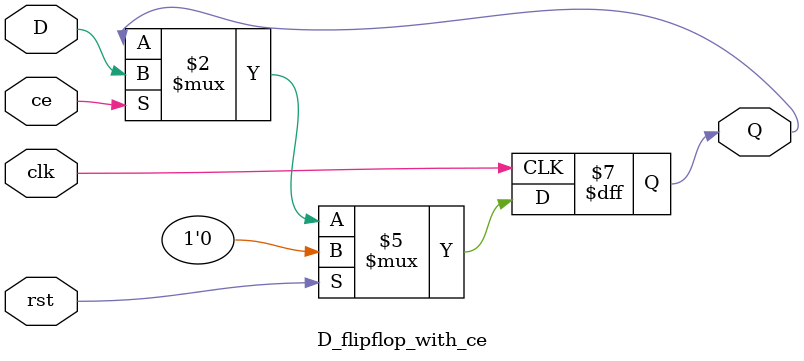
<source format=v>
`timescale 1ns / 1ps


module D_flipflop_with_ce(
    input clk,
    input rst,
    input ce,
    input D,
    output reg Q
    );
    
    always @(posedge clk) begin
        if (rst) begin
            Q <= 1'b0;
        end else if (ce) begin
            Q <= D;
        end
    end
    
endmodule

</source>
